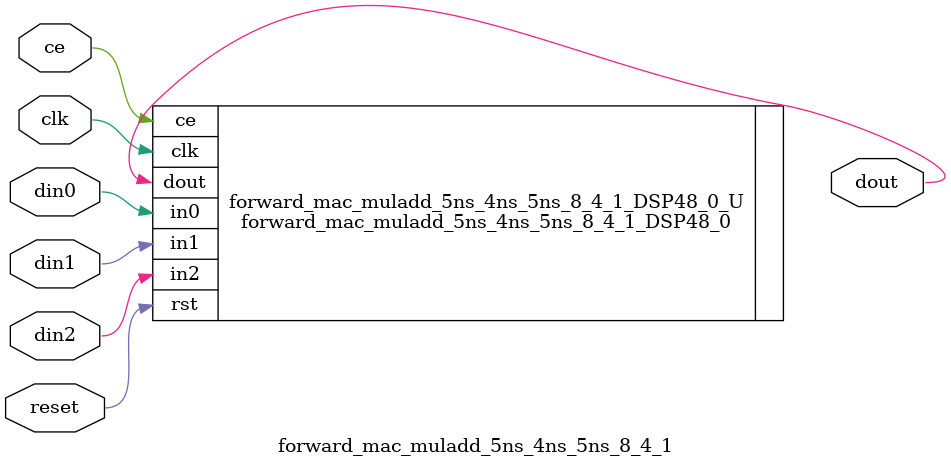
<source format=v>

module forward_mac_muladd_5ns_4ns_5ns_8_4_1(clk,reset,ce,din0,din1,din2,dout);  
parameter ID = 32'd1;
parameter NUM_STAGE = 32'd1;
parameter din0_WIDTH = 32'd1;
parameter din1_WIDTH = 32'd1;
parameter din2_WIDTH = 32'd1;
parameter dout_WIDTH = 32'd1;
input clk;
input reset;
input ce;
input[din0_WIDTH - 1:0] din0;
input[din1_WIDTH - 1:0] din1;
input[din2_WIDTH - 1:0] din2;
output[dout_WIDTH - 1:0] dout;
forward_mac_muladd_5ns_4ns_5ns_8_4_1_DSP48_0 forward_mac_muladd_5ns_4ns_5ns_8_4_1_DSP48_0_U(.clk( clk ),.rst( reset ),.ce( ce ),.in0( din0 ),.in1( din1 ),.in2( din2 ),.dout( dout ));
endmodule

</source>
